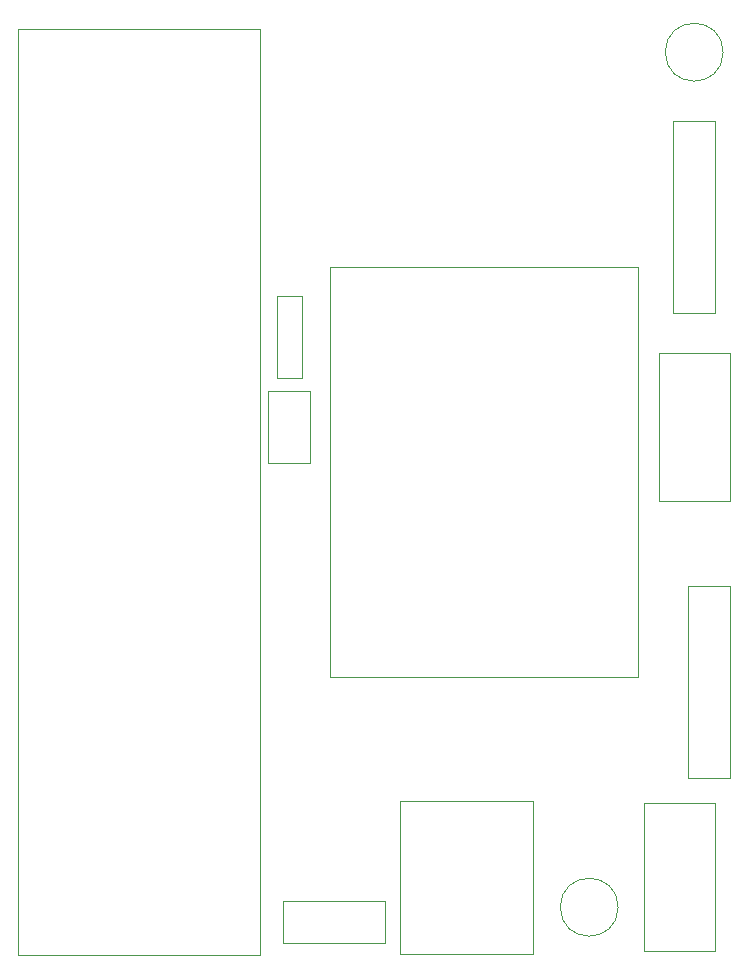
<source format=gbr>
G04 #@! TF.GenerationSoftware,KiCad,Pcbnew,(5.1.4)-1*
G04 #@! TF.CreationDate,2019-10-08T20:05:44+02:00*
G04 #@! TF.ProjectId,weather,77656174-6865-4722-9e6b-696361645f70,rev?*
G04 #@! TF.SameCoordinates,Original*
G04 #@! TF.FileFunction,Other,User*
%FSLAX46Y46*%
G04 Gerber Fmt 4.6, Leading zero omitted, Abs format (unit mm)*
G04 Created by KiCad (PCBNEW (5.1.4)-1) date 2019-10-08 20:05:44*
%MOMM*%
%LPD*%
G04 APERTURE LIST*
%ADD10C,0.050000*%
G04 APERTURE END LIST*
D10*
X156740000Y-66780000D02*
X153140000Y-66780000D01*
X156740000Y-83080000D02*
X156740000Y-66780000D01*
X153140000Y-83080000D02*
X156740000Y-83080000D01*
X153140000Y-66780000D02*
X153140000Y-83080000D01*
X158010000Y-106150000D02*
X154410000Y-106150000D01*
X158010000Y-122450000D02*
X158010000Y-106150000D01*
X154410000Y-122450000D02*
X158010000Y-122450000D01*
X154410000Y-106150000D02*
X154410000Y-122450000D01*
X151940000Y-98960000D02*
X151940000Y-86460000D01*
X157940000Y-98960000D02*
X151940000Y-98960000D01*
X157940000Y-86460000D02*
X157940000Y-98960000D01*
X151940000Y-86460000D02*
X157940000Y-86460000D01*
X148500000Y-133350000D02*
G75*
G03X148500000Y-133350000I-2450000J0D01*
G01*
X157390000Y-60960000D02*
G75*
G03X157390000Y-60960000I-2450000J0D01*
G01*
X118850000Y-95740000D02*
X118850000Y-89640000D01*
X122400000Y-95740000D02*
X118850000Y-95740000D01*
X122400000Y-89640000D02*
X122400000Y-95740000D01*
X118850000Y-89640000D02*
X122400000Y-89640000D01*
X128800000Y-136420000D02*
X128800000Y-132820000D01*
X120150000Y-136420000D02*
X128800000Y-136420000D01*
X120150000Y-132820000D02*
X120150000Y-136420000D01*
X128800000Y-132820000D02*
X120150000Y-132820000D01*
X124110000Y-113870000D02*
X124110000Y-79170000D01*
X150210000Y-113870000D02*
X124110000Y-113870000D01*
X150210000Y-79220000D02*
X150210000Y-113870000D01*
X124110000Y-79170000D02*
X150210000Y-79170000D01*
X118200000Y-59030000D02*
X118200000Y-137430000D01*
X118200000Y-137430000D02*
X97700000Y-137430000D01*
X97700000Y-137430000D02*
X97700000Y-59030000D01*
X97700000Y-59030000D02*
X118200000Y-59030000D01*
X150670000Y-137060000D02*
X150670000Y-124560000D01*
X156670000Y-137060000D02*
X150670000Y-137060000D01*
X156670000Y-124560000D02*
X156670000Y-137060000D01*
X150670000Y-124560000D02*
X156670000Y-124560000D01*
X130070000Y-124340000D02*
X141260000Y-124340000D01*
X130070000Y-124340000D02*
X130070000Y-137280000D01*
X141260000Y-137280000D02*
X141260000Y-124340000D01*
X141260000Y-137280000D02*
X130070000Y-137280000D01*
X121700000Y-88580000D02*
X121700000Y-81600000D01*
X119600000Y-88580000D02*
X121700000Y-88580000D01*
X119600000Y-81600000D02*
X119600000Y-88580000D01*
X121700000Y-81600000D02*
X119600000Y-81600000D01*
M02*

</source>
